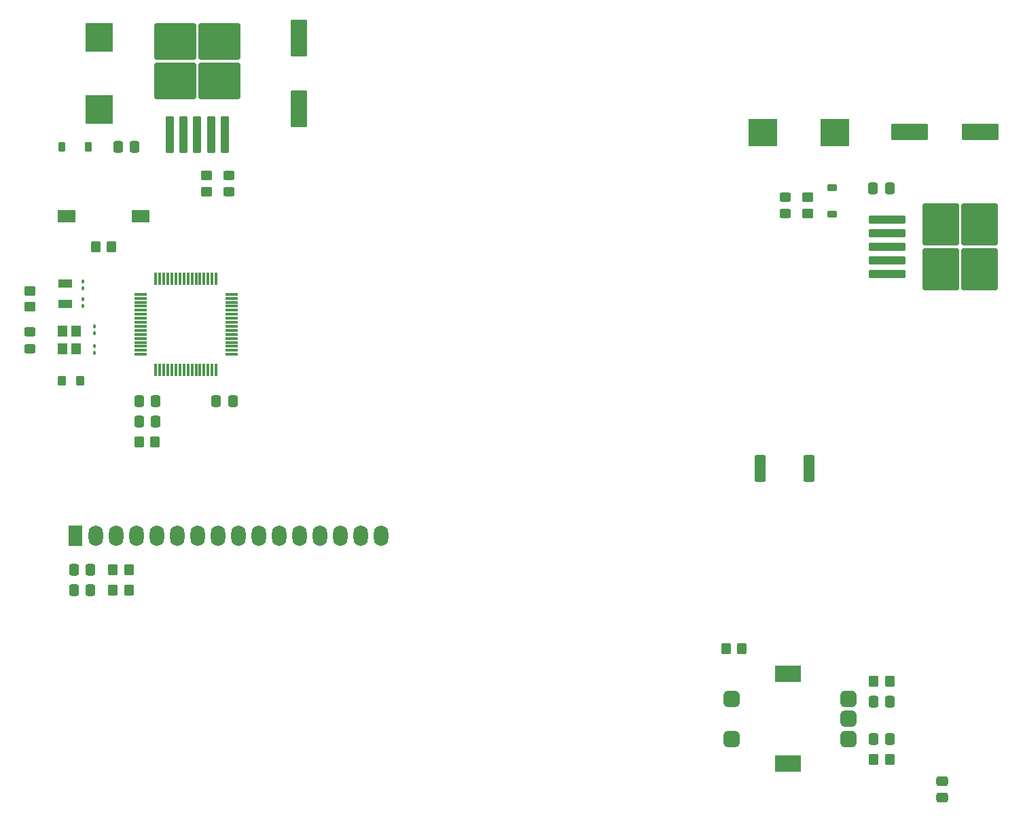
<source format=gbr>
%TF.GenerationSoftware,KiCad,Pcbnew,7.0.10*%
%TF.CreationDate,2024-06-18T13:30:52+03:00*%
%TF.ProjectId,driver-bridge-side,64726976-6572-42d6-9272-696467652d73,rev?*%
%TF.SameCoordinates,Original*%
%TF.FileFunction,Paste,Top*%
%TF.FilePolarity,Positive*%
%FSLAX46Y46*%
G04 Gerber Fmt 4.6, Leading zero omitted, Abs format (unit mm)*
G04 Created by KiCad (PCBNEW 7.0.10) date 2024-06-18 13:30:52*
%MOMM*%
%LPD*%
G01*
G04 APERTURE LIST*
G04 Aperture macros list*
%AMRoundRect*
0 Rectangle with rounded corners*
0 $1 Rounding radius*
0 $2 $3 $4 $5 $6 $7 $8 $9 X,Y pos of 4 corners*
0 Add a 4 corners polygon primitive as box body*
4,1,4,$2,$3,$4,$5,$6,$7,$8,$9,$2,$3,0*
0 Add four circle primitives for the rounded corners*
1,1,$1+$1,$2,$3*
1,1,$1+$1,$4,$5*
1,1,$1+$1,$6,$7*
1,1,$1+$1,$8,$9*
0 Add four rect primitives between the rounded corners*
20,1,$1+$1,$2,$3,$4,$5,0*
20,1,$1+$1,$4,$5,$6,$7,0*
20,1,$1+$1,$6,$7,$8,$9,0*
20,1,$1+$1,$8,$9,$2,$3,0*%
G04 Aperture macros list end*
%ADD10RoundRect,0.250000X-0.350000X-0.450000X0.350000X-0.450000X0.350000X0.450000X-0.350000X0.450000X0*%
%ADD11RoundRect,0.250000X-0.337500X-0.475000X0.337500X-0.475000X0.337500X0.475000X-0.337500X0.475000X0*%
%ADD12R,1.800000X1.000000*%
%ADD13RoundRect,0.250000X-0.450000X0.325000X-0.450000X-0.325000X0.450000X-0.325000X0.450000X0.325000X0*%
%ADD14RoundRect,0.250000X0.450000X-0.325000X0.450000X0.325000X-0.450000X0.325000X-0.450000X-0.325000X0*%
%ADD15RoundRect,0.250000X0.350000X0.450000X-0.350000X0.450000X-0.350000X-0.450000X0.350000X-0.450000X0*%
%ADD16RoundRect,0.250000X0.337500X0.475000X-0.337500X0.475000X-0.337500X-0.475000X0.337500X-0.475000X0*%
%ADD17RoundRect,0.250000X-0.475000X0.337500X-0.475000X-0.337500X0.475000X-0.337500X0.475000X0.337500X0*%
%ADD18RoundRect,0.250000X0.450000X-0.350000X0.450000X0.350000X-0.450000X0.350000X-0.450000X-0.350000X0*%
%ADD19RoundRect,0.225000X0.375000X-0.225000X0.375000X0.225000X-0.375000X0.225000X-0.375000X-0.225000X0*%
%ADD20RoundRect,0.250001X0.799999X-2.049999X0.799999X2.049999X-0.799999X2.049999X-0.799999X-2.049999X0*%
%ADD21RoundRect,0.225000X0.225000X0.375000X-0.225000X0.375000X-0.225000X-0.375000X0.225000X-0.375000X0*%
%ADD22R,1.200000X1.400000*%
%ADD23RoundRect,0.250001X-2.049999X-0.799999X2.049999X-0.799999X2.049999X0.799999X-2.049999X0.799999X0*%
%ADD24R,2.180000X1.600000*%
%ADD25RoundRect,0.250000X0.300000X-2.050000X0.300000X2.050000X-0.300000X2.050000X-0.300000X-2.050000X0*%
%ADD26RoundRect,0.250000X2.375000X-2.025000X2.375000X2.025000X-2.375000X2.025000X-2.375000X-2.025000X0*%
%ADD27RoundRect,0.249999X0.450001X1.425001X-0.450001X1.425001X-0.450001X-1.425001X0.450001X-1.425001X0*%
%ADD28RoundRect,0.250000X-2.050000X-0.300000X2.050000X-0.300000X2.050000X0.300000X-2.050000X0.300000X0*%
%ADD29RoundRect,0.250000X-2.025000X-2.375000X2.025000X-2.375000X2.025000X2.375000X-2.025000X2.375000X0*%
%ADD30R,3.200000X2.000000*%
%ADD31RoundRect,0.500000X0.500000X0.500000X-0.500000X0.500000X-0.500000X-0.500000X0.500000X-0.500000X0*%
%ADD32RoundRect,0.090000X0.090000X-0.139000X0.090000X0.139000X-0.090000X0.139000X-0.090000X-0.139000X0*%
%ADD33RoundRect,0.075000X-0.700000X-0.075000X0.700000X-0.075000X0.700000X0.075000X-0.700000X0.075000X0*%
%ADD34RoundRect,0.075000X-0.075000X-0.700000X0.075000X-0.700000X0.075000X0.700000X-0.075000X0.700000X0*%
%ADD35RoundRect,0.250000X-0.275000X-0.350000X0.275000X-0.350000X0.275000X0.350000X-0.275000X0.350000X0*%
%ADD36R,1.800000X2.600000*%
%ADD37O,1.800000X2.600000*%
%ADD38R,3.500000X3.550000*%
%ADD39R,3.550000X3.500000*%
G04 APERTURE END LIST*
D10*
%TO.C,R17*%
X25550000Y-49530000D03*
X27550000Y-49530000D03*
%TD*%
D11*
%TO.C,C32*%
X22860472Y-92275691D03*
X24935472Y-92275691D03*
%TD*%
%TO.C,C36*%
X122508100Y-106172000D03*
X124583100Y-106172000D03*
%TD*%
D12*
%TO.C,Y2*%
X21750000Y-56622000D03*
X21750000Y-54122000D03*
%TD*%
D11*
%TO.C,C28*%
X40612500Y-68707000D03*
X42687500Y-68707000D03*
%TD*%
D13*
%TO.C,D3*%
X111506000Y-43335000D03*
X111506000Y-45385000D03*
%TD*%
D10*
%TO.C,R18*%
X27707972Y-92275691D03*
X29707972Y-92275691D03*
%TD*%
D14*
%TO.C,D25*%
X17388877Y-62189333D03*
X17388877Y-60139333D03*
%TD*%
D15*
%TO.C,R19*%
X29707972Y-89735691D03*
X27707972Y-89735691D03*
%TD*%
D16*
%TO.C,C33*%
X24935472Y-89735691D03*
X22860472Y-89735691D03*
%TD*%
D11*
%TO.C,C31*%
X30972500Y-71247000D03*
X33047500Y-71247000D03*
%TD*%
D17*
%TO.C,C4*%
X131064000Y-116056500D03*
X131064000Y-118131500D03*
%TD*%
D10*
%TO.C,R16*%
X30980000Y-73787000D03*
X32980000Y-73787000D03*
%TD*%
D18*
%TO.C,R14*%
X17399000Y-57007000D03*
X17399000Y-55007000D03*
%TD*%
%TO.C,R1*%
X114300000Y-45360000D03*
X114300000Y-43360000D03*
%TD*%
D19*
%TO.C,D1*%
X117348000Y-45465000D03*
X117348000Y-42165000D03*
%TD*%
D10*
%TO.C,R20*%
X122545600Y-113385600D03*
X124545600Y-113385600D03*
%TD*%
D20*
%TO.C,C6*%
X50927000Y-32334000D03*
X50927000Y-23534000D03*
%TD*%
D11*
%TO.C,C2*%
X122484867Y-42286845D03*
X124559867Y-42286845D03*
%TD*%
D21*
%TO.C,D2*%
X24645000Y-37084000D03*
X21345000Y-37084000D03*
%TD*%
D10*
%TO.C,R21*%
X122545600Y-103632000D03*
X124545600Y-103632000D03*
%TD*%
D22*
%TO.C,Y1*%
X23150000Y-62187000D03*
X23150000Y-59987000D03*
X21450000Y-59987000D03*
X21450000Y-62187000D03*
%TD*%
D23*
%TO.C,C5*%
X127000000Y-35200940D03*
X135800000Y-35200940D03*
%TD*%
D24*
%TO.C,SW1*%
X21960000Y-45720000D03*
X31140000Y-45720000D03*
%TD*%
D15*
%TO.C,R22*%
X106150600Y-99530600D03*
X104150600Y-99530600D03*
%TD*%
D25*
%TO.C,U2*%
X34846000Y-35554000D03*
X36546000Y-35554000D03*
X38246000Y-35554000D03*
D26*
X35471000Y-28829000D03*
X41021000Y-28829000D03*
X35471000Y-23979000D03*
X41021000Y-23979000D03*
D25*
X39946000Y-35554000D03*
X41646000Y-35554000D03*
%TD*%
D27*
%TO.C,R7*%
X114529210Y-77162421D03*
X108429210Y-77162421D03*
%TD*%
D28*
%TO.C,U1*%
X124200000Y-46130000D03*
X124200000Y-47830000D03*
X124200000Y-49530000D03*
D29*
X130925000Y-46755000D03*
X130925000Y-52305000D03*
X135775000Y-46755000D03*
X135775000Y-52305000D03*
D28*
X124200000Y-51230000D03*
X124200000Y-52930000D03*
%TD*%
D18*
%TO.C,R2*%
X39364000Y-42650000D03*
X39364000Y-40650000D03*
%TD*%
D13*
%TO.C,D4*%
X42164000Y-40625000D03*
X42164000Y-42675000D03*
%TD*%
D30*
%TO.C,SW2*%
X111865600Y-113905600D03*
X111865600Y-102705600D03*
D31*
X119365600Y-110805600D03*
X119365600Y-105805600D03*
X119365600Y-108305600D03*
X104865600Y-105805600D03*
X104865600Y-110805600D03*
%TD*%
D32*
%TO.C,C22*%
X25400000Y-60299500D03*
X25400000Y-59434500D03*
%TD*%
D33*
%TO.C,U9*%
X31155000Y-55432000D03*
X31155000Y-55932000D03*
X31155000Y-56432000D03*
X31155000Y-56932000D03*
X31155000Y-57432000D03*
X31155000Y-57932000D03*
X31155000Y-58432000D03*
X31155000Y-58932000D03*
X31155000Y-59432000D03*
X31155000Y-59932000D03*
X31155000Y-60432000D03*
X31155000Y-60932000D03*
X31155000Y-61432000D03*
X31155000Y-61932000D03*
X31155000Y-62432000D03*
X31155000Y-62932000D03*
D34*
X33080000Y-64857000D03*
X33580000Y-64857000D03*
X34080000Y-64857000D03*
X34580000Y-64857000D03*
X35080000Y-64857000D03*
X35580000Y-64857000D03*
X36080000Y-64857000D03*
X36580000Y-64857000D03*
X37080000Y-64857000D03*
X37580000Y-64857000D03*
X38080000Y-64857000D03*
X38580000Y-64857000D03*
X39080000Y-64857000D03*
X39580000Y-64857000D03*
X40080000Y-64857000D03*
X40580000Y-64857000D03*
D33*
X42505000Y-62932000D03*
X42505000Y-62432000D03*
X42505000Y-61932000D03*
X42505000Y-61432000D03*
X42505000Y-60932000D03*
X42505000Y-60432000D03*
X42505000Y-59932000D03*
X42505000Y-59432000D03*
X42505000Y-58932000D03*
X42505000Y-58432000D03*
X42505000Y-57932000D03*
X42505000Y-57432000D03*
X42505000Y-56932000D03*
X42505000Y-56432000D03*
X42505000Y-55932000D03*
X42505000Y-55432000D03*
D34*
X40580000Y-53507000D03*
X40080000Y-53507000D03*
X39580000Y-53507000D03*
X39080000Y-53507000D03*
X38580000Y-53507000D03*
X38080000Y-53507000D03*
X37580000Y-53507000D03*
X37080000Y-53507000D03*
X36580000Y-53507000D03*
X36080000Y-53507000D03*
X35580000Y-53507000D03*
X35080000Y-53507000D03*
X34580000Y-53507000D03*
X34080000Y-53507000D03*
X33580000Y-53507000D03*
X33080000Y-53507000D03*
%TD*%
D11*
%TO.C,C35*%
X122508100Y-110845600D03*
X124583100Y-110845600D03*
%TD*%
D35*
%TO.C,L3*%
X21370000Y-66167000D03*
X23670000Y-66167000D03*
%TD*%
D36*
%TO.C,DS1*%
X23025100Y-85525300D03*
D37*
X25565100Y-85525300D03*
X28105100Y-85525300D03*
X30645100Y-85525300D03*
X33185100Y-85525300D03*
X35725100Y-85525300D03*
X38265100Y-85525300D03*
X40805100Y-85525300D03*
X43345100Y-85525300D03*
X45885100Y-85525300D03*
X48425100Y-85525300D03*
X50965100Y-85525300D03*
X53505100Y-85525300D03*
X56045100Y-85525300D03*
X58585100Y-85525300D03*
X61125100Y-85525300D03*
%TD*%
D32*
%TO.C,C25*%
X24000000Y-56924500D03*
X24000000Y-56059500D03*
%TD*%
%TO.C,C23*%
X25400000Y-62739500D03*
X25400000Y-61874500D03*
%TD*%
D16*
%TO.C,C30*%
X33047500Y-68707000D03*
X30972500Y-68707000D03*
%TD*%
D32*
%TO.C,C24*%
X24000000Y-54684500D03*
X24000000Y-53819500D03*
%TD*%
D38*
%TO.C,L2*%
X26035000Y-32409000D03*
X26035000Y-23459000D03*
%TD*%
D39*
%TO.C,L1*%
X108725593Y-35319845D03*
X117675593Y-35319845D03*
%TD*%
D16*
%TO.C,C3*%
X30442500Y-37124000D03*
X28367500Y-37124000D03*
%TD*%
M02*

</source>
